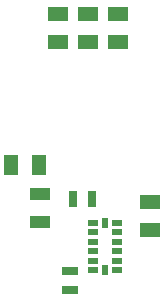
<source format=gtp>
G04*
G04 #@! TF.GenerationSoftware,Altium Limited,Altium Designer,22.9.1 (49)*
G04*
G04 Layer_Color=8421504*
%FSLAX25Y25*%
%MOIN*%
G70*
G04*
G04 #@! TF.SameCoordinates,48678A20-E73A-45B2-88C3-2CBFC3E8533A*
G04*
G04*
G04 #@! TF.FilePolarity,Positive*
G04*
G01*
G75*
%ADD13R,0.06693X0.04331*%
%ADD14R,0.04724X0.07087*%
%ADD15R,0.07087X0.04724*%
%ADD16R,0.02362X0.03740*%
%ADD17R,0.03740X0.02362*%
%ADD18R,0.05512X0.03150*%
%ADD19R,0.03150X0.05512*%
D13*
X19000Y44276D02*
D03*
Y53724D02*
D03*
D14*
X9276Y63500D02*
D03*
X18724D02*
D03*
D15*
X25000Y113724D02*
D03*
Y104276D02*
D03*
X35000Y113724D02*
D03*
Y104276D02*
D03*
X45000Y113724D02*
D03*
Y104276D02*
D03*
X55500Y51224D02*
D03*
Y41776D02*
D03*
D16*
X40563Y28402D02*
D03*
Y44150D02*
D03*
D17*
X36626D02*
D03*
Y41000D02*
D03*
Y37850D02*
D03*
Y34701D02*
D03*
Y31551D02*
D03*
Y28402D02*
D03*
X44500D02*
D03*
Y31551D02*
D03*
Y34701D02*
D03*
Y37850D02*
D03*
Y41000D02*
D03*
Y44150D02*
D03*
D18*
X28898Y28000D02*
D03*
Y21701D02*
D03*
D19*
X36150Y52000D02*
D03*
X29850D02*
D03*
M02*

</source>
